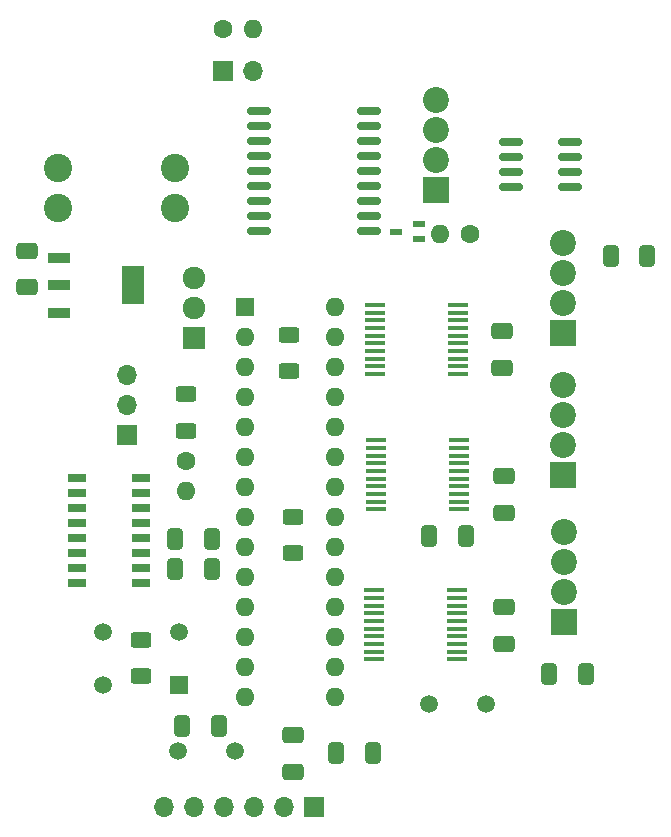
<source format=gbr>
%TF.GenerationSoftware,KiCad,Pcbnew,8.0.1-rc1*%
%TF.CreationDate,2024-08-20T18:32:43-07:00*%
%TF.ProjectId,AMS - CANBus Sensor - Temperature,414d5320-2d20-4434-914e-427573205365,rev?*%
%TF.SameCoordinates,Original*%
%TF.FileFunction,Soldermask,Bot*%
%TF.FilePolarity,Negative*%
%FSLAX46Y46*%
G04 Gerber Fmt 4.6, Leading zero omitted, Abs format (unit mm)*
G04 Created by KiCad (PCBNEW 8.0.1-rc1) date 2024-08-20 18:32:43*
%MOMM*%
%LPD*%
G01*
G04 APERTURE LIST*
G04 Aperture macros list*
%AMRoundRect*
0 Rectangle with rounded corners*
0 $1 Rounding radius*
0 $2 $3 $4 $5 $6 $7 $8 $9 X,Y pos of 4 corners*
0 Add a 4 corners polygon primitive as box body*
4,1,4,$2,$3,$4,$5,$6,$7,$8,$9,$2,$3,0*
0 Add four circle primitives for the rounded corners*
1,1,$1+$1,$2,$3*
1,1,$1+$1,$4,$5*
1,1,$1+$1,$6,$7*
1,1,$1+$1,$8,$9*
0 Add four rect primitives between the rounded corners*
20,1,$1+$1,$2,$3,$4,$5,0*
20,1,$1+$1,$4,$5,$6,$7,0*
20,1,$1+$1,$6,$7,$8,$9,0*
20,1,$1+$1,$8,$9,$2,$3,0*%
G04 Aperture macros list end*
%ADD10C,2.400000*%
%ADD11R,1.500000X1.500000*%
%ADD12C,1.500000*%
%ADD13R,1.920000X1.920000*%
%ADD14C,1.920000*%
%ADD15R,1.850000X0.900000*%
%ADD16R,1.850000X3.200000*%
%ADD17R,1.525000X0.650000*%
%ADD18R,1.000000X0.550000*%
%ADD19C,1.600000*%
%ADD20O,1.600000X1.600000*%
%ADD21R,2.200000X2.200000*%
%ADD22C,2.200000*%
%ADD23R,1.700000X1.700000*%
%ADD24O,1.700000X1.700000*%
%ADD25R,1.600000X1.600000*%
%ADD26RoundRect,0.250000X0.650000X-0.412500X0.650000X0.412500X-0.650000X0.412500X-0.650000X-0.412500X0*%
%ADD27RoundRect,0.250000X-0.650000X0.412500X-0.650000X-0.412500X0.650000X-0.412500X0.650000X0.412500X0*%
%ADD28RoundRect,0.150000X0.825000X0.150000X-0.825000X0.150000X-0.825000X-0.150000X0.825000X-0.150000X0*%
%ADD29R,1.705000X0.450000*%
%ADD30RoundRect,0.250000X-0.412500X-0.650000X0.412500X-0.650000X0.412500X0.650000X-0.412500X0.650000X0*%
%ADD31RoundRect,0.250000X-0.625000X0.400000X-0.625000X-0.400000X0.625000X-0.400000X0.625000X0.400000X0*%
%ADD32RoundRect,0.250000X0.412500X0.650000X-0.412500X0.650000X-0.412500X-0.650000X0.412500X-0.650000X0*%
%ADD33RoundRect,0.150000X0.875000X0.150000X-0.875000X0.150000X-0.875000X-0.150000X0.875000X-0.150000X0*%
%ADD34RoundRect,0.250000X0.625000X-0.400000X0.625000X0.400000X-0.625000X0.400000X-0.625000X-0.400000X0*%
G04 APERTURE END LIST*
D10*
%TO.C,U5*%
X134999500Y-70018000D03*
X134999500Y-73418000D03*
X125079500Y-70018000D03*
X125079500Y-73418000D03*
%TD*%
D11*
%TO.C,Reset1*%
X135385300Y-113752500D03*
D12*
X128885300Y-113752500D03*
X135385300Y-109252500D03*
X128885300Y-109252500D03*
%TD*%
D13*
%TO.C,Q1*%
X136586000Y-84423600D03*
D14*
X136586000Y-81883600D03*
X136586000Y-79343600D03*
%TD*%
D15*
%TO.C,IC5*%
X125227300Y-82238500D03*
X125227300Y-79938500D03*
X125227300Y-77638500D03*
D16*
X131427300Y-79938500D03*
%TD*%
D17*
%TO.C,IC4*%
X126702000Y-105163600D03*
X126702000Y-103893600D03*
X126702000Y-102623600D03*
X126702000Y-101353600D03*
X126702000Y-100083600D03*
X126702000Y-98813600D03*
X126702000Y-97543600D03*
X126702000Y-96273600D03*
X132126000Y-96273600D03*
X132126000Y-97543600D03*
X132126000Y-98813600D03*
X132126000Y-100083600D03*
X132126000Y-101353600D03*
X132126000Y-102623600D03*
X132126000Y-103893600D03*
X132126000Y-105163600D03*
%TD*%
D18*
%TO.C,D1*%
X155655900Y-74744100D03*
X155655900Y-76044100D03*
X153755900Y-75394100D03*
%TD*%
D19*
%TO.C,R7*%
X139116100Y-58260700D03*
D20*
X141656100Y-58260700D03*
%TD*%
D21*
%TO.C,J1*%
X157148000Y-71872800D03*
D22*
X157148000Y-69332800D03*
X157148000Y-66792800D03*
X157148000Y-64252800D03*
%TD*%
D19*
%TO.C,NTC1*%
X135965600Y-94809500D03*
D20*
X135965600Y-97349500D03*
%TD*%
D23*
%TO.C,J3*%
X146767300Y-124094700D03*
D24*
X144227300Y-124094700D03*
X141687300Y-124094700D03*
X139147300Y-124094700D03*
X136607300Y-124094700D03*
X134067300Y-124094700D03*
%TD*%
D21*
%TO.C,J15*%
X167848300Y-96013700D03*
D22*
X167848300Y-93473700D03*
X167848300Y-90933700D03*
X167848300Y-88393700D03*
%TD*%
D19*
%TO.C,R6*%
X159962900Y-75582300D03*
D20*
X157422900Y-75582300D03*
%TD*%
D21*
%TO.C,J14*%
X167892100Y-83986200D03*
D22*
X167892100Y-81446200D03*
X167892100Y-78906200D03*
X167892100Y-76366200D03*
%TD*%
D21*
%TO.C,J16*%
X167909100Y-108390600D03*
D22*
X167909100Y-105850600D03*
X167909100Y-103310600D03*
X167909100Y-100770600D03*
%TD*%
D23*
%TO.C,Powerboard1*%
X130976300Y-92602600D03*
D24*
X130976300Y-90062600D03*
X130976300Y-87522600D03*
%TD*%
D25*
%TO.C,U2*%
X140929500Y-81761800D03*
D20*
X140929500Y-84301800D03*
X140929500Y-86841800D03*
X140929500Y-89381800D03*
X140929500Y-91921800D03*
X140929500Y-94461800D03*
X140929500Y-97001800D03*
X140929500Y-99541800D03*
X140929500Y-102081800D03*
X140929500Y-104621800D03*
X140929500Y-107161800D03*
X140929500Y-109701800D03*
X140929500Y-112241800D03*
X140929500Y-114781800D03*
X148549500Y-114781800D03*
X148549500Y-112241800D03*
X148549500Y-109701800D03*
X148549500Y-107161800D03*
X148549500Y-104621800D03*
X148549500Y-102081800D03*
X148549500Y-99541800D03*
X148549500Y-97001800D03*
X148549500Y-94461800D03*
X148549500Y-91921800D03*
X148549500Y-89381800D03*
X148549500Y-86841800D03*
X148549500Y-84301800D03*
X148549500Y-81761800D03*
%TD*%
D23*
%TO.C,J5*%
X139049600Y-61738500D03*
D24*
X141589600Y-61738500D03*
%TD*%
D12*
%TO.C,Y2*%
X156482900Y-115391200D03*
X161362900Y-115391200D03*
%TD*%
%TO.C,Y1*%
X135241300Y-119345300D03*
X140121300Y-119345300D03*
%TD*%
D26*
%TO.C,C17*%
X122452500Y-80108100D03*
X122452500Y-76983100D03*
%TD*%
D27*
%TO.C,C2*%
X145046300Y-118038200D03*
X145046300Y-121163200D03*
%TD*%
D28*
%TO.C,U4*%
X168429800Y-67769000D03*
X168429800Y-69039000D03*
X168429800Y-70309000D03*
X168429800Y-71579000D03*
X163479800Y-71579000D03*
X163479800Y-70309000D03*
X163479800Y-69039000D03*
X163479800Y-67769000D03*
%TD*%
D29*
%TO.C,IC2*%
X159052800Y-93041700D03*
X159052800Y-93691700D03*
X159052800Y-94341700D03*
X159052800Y-94991700D03*
X159052800Y-95641700D03*
X159052800Y-96291700D03*
X159052800Y-96941700D03*
X159052800Y-97591700D03*
X159052800Y-98241700D03*
X159052800Y-98891700D03*
X152056800Y-98891700D03*
X152056800Y-98241700D03*
X152056800Y-97591700D03*
X152056800Y-96941700D03*
X152056800Y-96291700D03*
X152056800Y-95641700D03*
X152056800Y-94991700D03*
X152056800Y-94341700D03*
X152056800Y-93691700D03*
X152056800Y-93041700D03*
%TD*%
D30*
%TO.C,C10*%
X171892600Y-77456100D03*
X175017600Y-77456100D03*
%TD*%
D31*
%TO.C,R4*%
X132096400Y-109912300D03*
X132096400Y-113012300D03*
%TD*%
D26*
%TO.C,C9*%
X162729800Y-86897200D03*
X162729800Y-83772200D03*
%TD*%
D32*
%TO.C,C4*%
X151743500Y-119515100D03*
X148618500Y-119515100D03*
%TD*%
D33*
%TO.C,U3*%
X151455100Y-65127000D03*
X151455100Y-66397000D03*
X151455100Y-67667000D03*
X151455100Y-68937000D03*
X151455100Y-70207000D03*
X151455100Y-71477000D03*
X151455100Y-72747000D03*
X151455100Y-74017000D03*
X151455100Y-75287000D03*
X142155100Y-75287000D03*
X142155100Y-74017000D03*
X142155100Y-72747000D03*
X142155100Y-71477000D03*
X142155100Y-70207000D03*
X142155100Y-68937000D03*
X142155100Y-67667000D03*
X142155100Y-66397000D03*
X142155100Y-65127000D03*
%TD*%
D34*
%TO.C,R5*%
X144703000Y-87196800D03*
X144703000Y-84096800D03*
%TD*%
D31*
%TO.C,R3*%
X135973000Y-89148700D03*
X135973000Y-92248700D03*
%TD*%
D29*
%TO.C,IC3*%
X158862000Y-105750800D03*
X158862000Y-106400800D03*
X158862000Y-107050800D03*
X158862000Y-107700800D03*
X158862000Y-108350800D03*
X158862000Y-109000800D03*
X158862000Y-109650800D03*
X158862000Y-110300800D03*
X158862000Y-110950800D03*
X158862000Y-111600800D03*
X151866000Y-111600800D03*
X151866000Y-110950800D03*
X151866000Y-110300800D03*
X151866000Y-109650800D03*
X151866000Y-109000800D03*
X151866000Y-108350800D03*
X151866000Y-107700800D03*
X151866000Y-107050800D03*
X151866000Y-106400800D03*
X151866000Y-105750800D03*
%TD*%
D32*
%TO.C,C1*%
X138717100Y-117199700D03*
X135592100Y-117199700D03*
%TD*%
D31*
%TO.C,R2*%
X144995600Y-99509000D03*
X144995600Y-102609000D03*
%TD*%
D29*
%TO.C,IC1*%
X158961000Y-81591200D03*
X158961000Y-82241200D03*
X158961000Y-82891200D03*
X158961000Y-83541200D03*
X158961000Y-84191200D03*
X158961000Y-84841200D03*
X158961000Y-85491200D03*
X158961000Y-86141200D03*
X158961000Y-86791200D03*
X158961000Y-87441200D03*
X151965000Y-87441200D03*
X151965000Y-86791200D03*
X151965000Y-86141200D03*
X151965000Y-85491200D03*
X151965000Y-84841200D03*
X151965000Y-84191200D03*
X151965000Y-83541200D03*
X151965000Y-82891200D03*
X151965000Y-82241200D03*
X151965000Y-81591200D03*
%TD*%
D27*
%TO.C,C12*%
X162889700Y-96066100D03*
X162889700Y-99191100D03*
%TD*%
D32*
%TO.C,C7*%
X138126100Y-103901500D03*
X135001100Y-103901500D03*
%TD*%
D30*
%TO.C,C13*%
X156521000Y-101175400D03*
X159646000Y-101175400D03*
%TD*%
D32*
%TO.C,C6*%
X138122400Y-101431600D03*
X134997400Y-101431600D03*
%TD*%
D27*
%TO.C,C14*%
X162869100Y-107189900D03*
X162869100Y-110314900D03*
%TD*%
D32*
%TO.C,C16*%
X169811100Y-112819400D03*
X166686100Y-112819400D03*
%TD*%
M02*

</source>
